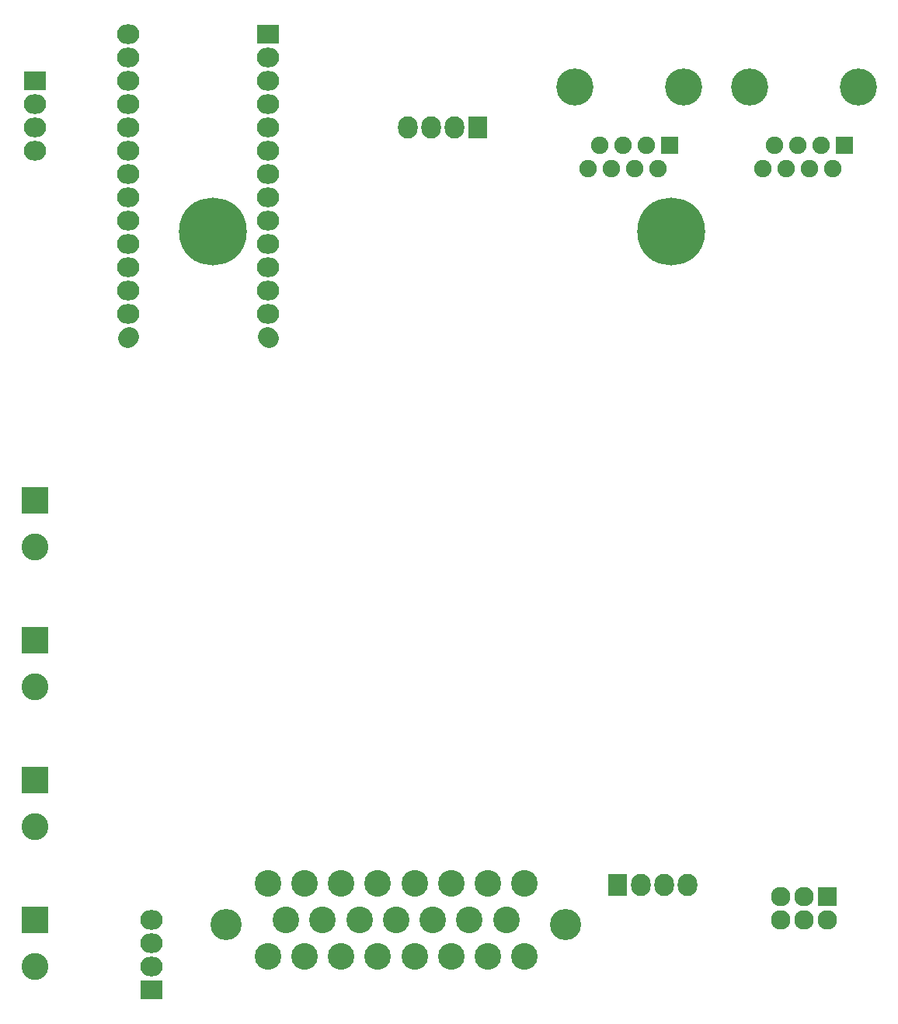
<source format=gbs>
G04 #@! TF.FileFunction,Soldermask,Bot*
%FSLAX46Y46*%
G04 Gerber Fmt 4.6, Leading zero omitted, Abs format (unit mm)*
G04 Created by KiCad (PCBNEW 4.0.3+e1-6302~38~ubuntu15.10.1-stable) date Thu Nov 17 07:24:37 2016*
%MOMM*%
%LPD*%
G01*
G04 APERTURE LIST*
%ADD10C,0.200000*%
%ADD11R,2.127200X2.432000*%
%ADD12O,2.127200X2.432000*%
%ADD13C,2.900000*%
%ADD14C,3.400000*%
%ADD15C,4.049980*%
%ADD16R,1.901140X1.901140*%
%ADD17C,1.901140*%
%ADD18R,2.940000X2.940000*%
%ADD19C,2.940000*%
%ADD20R,2.432000X2.127200*%
%ADD21O,2.432000X2.127200*%
%ADD22R,2.127200X2.127200*%
%ADD23O,2.127200X2.127200*%
%ADD24C,2.127200*%
%ADD25C,7.400000*%
%ADD26C,1.000000*%
G04 APERTURE END LIST*
D10*
D11*
X97820000Y-75120000D03*
D12*
X95280000Y-75120000D03*
X92740000Y-75120000D03*
X90200000Y-75120000D03*
D13*
X74930000Y-157480000D03*
X78930000Y-157480000D03*
X82930000Y-157480000D03*
X86930000Y-157480000D03*
X90930000Y-157480000D03*
X94930000Y-157480000D03*
X98930000Y-157480000D03*
X102930000Y-157480000D03*
X100930000Y-161480000D03*
X96930000Y-161480000D03*
X92930000Y-161480000D03*
X88930000Y-161480000D03*
X84930000Y-161480000D03*
X80930000Y-161480000D03*
X76930000Y-161480000D03*
X74930000Y-165480000D03*
X78930000Y-165480000D03*
X82930000Y-165480000D03*
X86930000Y-165480000D03*
X90930000Y-165480000D03*
X94930000Y-165480000D03*
X98930000Y-165480000D03*
X102930000Y-165480000D03*
D14*
X70430000Y-161980000D03*
X107430000Y-161980000D03*
D15*
X127441480Y-70675000D03*
X139310900Y-70675000D03*
D16*
X137825000Y-77025000D03*
D17*
X136555000Y-79565000D03*
X135285000Y-77025000D03*
X134015000Y-79565000D03*
X132745000Y-77025000D03*
X131475000Y-79565000D03*
X130205000Y-77025000D03*
X128935000Y-79565000D03*
D15*
X108391480Y-70675000D03*
X120260900Y-70675000D03*
D16*
X118775000Y-77025000D03*
D17*
X117505000Y-79565000D03*
X116235000Y-77025000D03*
X114965000Y-79565000D03*
X113695000Y-77025000D03*
X112425000Y-79565000D03*
X111155000Y-77025000D03*
X109885000Y-79565000D03*
D18*
X49560000Y-161480000D03*
D19*
X49560000Y-166560000D03*
D18*
X49560000Y-131000000D03*
D19*
X49560000Y-136080000D03*
D18*
X49560000Y-146240000D03*
D19*
X49560000Y-151320000D03*
D11*
X113060000Y-157670000D03*
D12*
X115600000Y-157670000D03*
X118140000Y-157670000D03*
X120680000Y-157670000D03*
D20*
X62260000Y-169100000D03*
D21*
X62260000Y-166560000D03*
X62260000Y-164020000D03*
X62260000Y-161480000D03*
D18*
X49560000Y-115760000D03*
D19*
X49560000Y-120840000D03*
D22*
X135920000Y-158940000D03*
D23*
X135920000Y-161480000D03*
X133380000Y-158940000D03*
X133380000Y-161480000D03*
X130840000Y-158940000D03*
X130840000Y-161480000D03*
D20*
X74960000Y-64960000D03*
D21*
X74960000Y-67500000D03*
X74960000Y-70040000D03*
X74960000Y-72580000D03*
X74960000Y-75120000D03*
X74960000Y-77660000D03*
X74960000Y-80200000D03*
X74960000Y-82740000D03*
X74960000Y-85280000D03*
X74960000Y-87820000D03*
X74960000Y-90360000D03*
X74960000Y-92900000D03*
D24*
X74852237Y-97872237D02*
X75067763Y-98087763D01*
X59612237Y-98087763D02*
X59827763Y-97872237D01*
D21*
X59720000Y-92900000D03*
X59720000Y-90360000D03*
X59720000Y-87820000D03*
X59720000Y-85280000D03*
X59720000Y-82740000D03*
X59720000Y-80200000D03*
X59720000Y-77660000D03*
X59720000Y-75120000D03*
X59720000Y-72580000D03*
X59720000Y-70040000D03*
X59720000Y-67500000D03*
X59720000Y-64960000D03*
X74960000Y-95440000D03*
X59720000Y-95440000D03*
D20*
X49560000Y-70040000D03*
D21*
X49560000Y-72580000D03*
X49560000Y-75120000D03*
X49560000Y-77660000D03*
D25*
X68930000Y-86480000D03*
D26*
X71555000Y-86480000D03*
X70786155Y-88336155D03*
X68930000Y-89105000D03*
X67073845Y-88336155D03*
X66305000Y-86480000D03*
X67073845Y-84623845D03*
X68930000Y-83855000D03*
X70786155Y-84623845D03*
D25*
X118930000Y-86480000D03*
D26*
X121555000Y-86480000D03*
X120786155Y-88336155D03*
X118930000Y-89105000D03*
X117073845Y-88336155D03*
X116305000Y-86480000D03*
X117073845Y-84623845D03*
X118930000Y-83855000D03*
X120786155Y-84623845D03*
M02*

</source>
